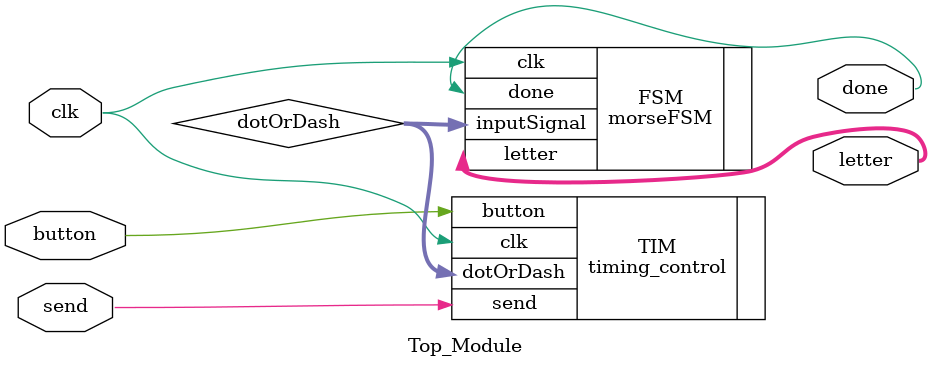
<source format=v>
`timescale 1ns / 1ps


module Top_Module ( 
  input clk, // 0 for dot, 1 for dash
  input button,
  input send,
  output [7:0] letter, 
  output done 
);
    
    wire [1:0] dotOrDash;
    
    timing_control TIM(.clk(clk), .button(button), .send(send), .dotOrDash(dotOrDash));
    morseFSM FSM(.inputSignal(dotOrDash), .clk(clk), .letter(letter), .done(done));
    
endmodule 
</source>
